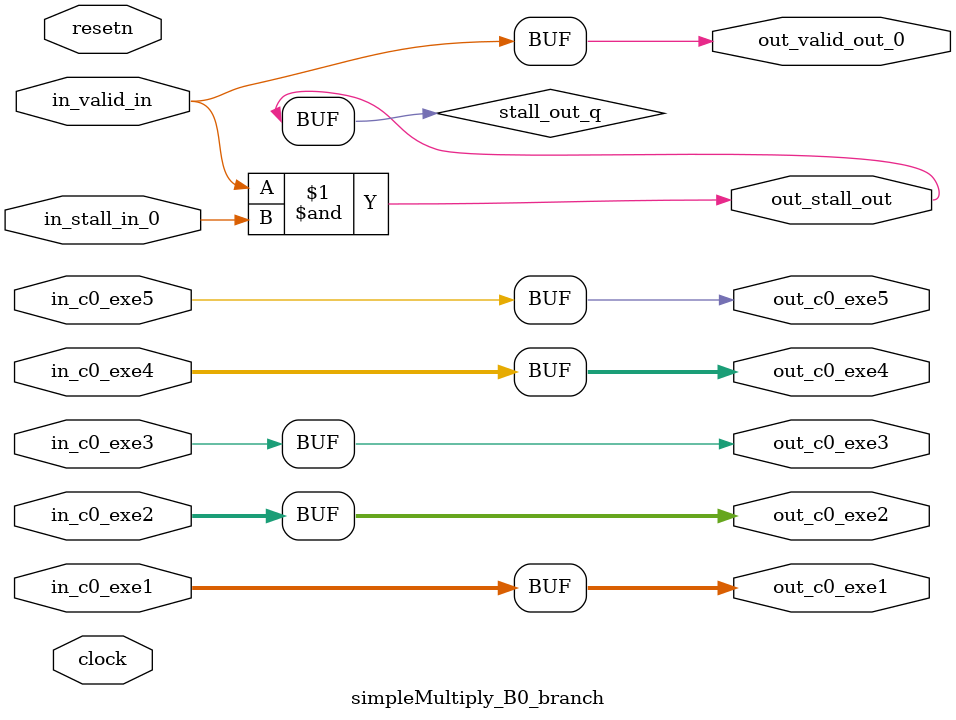
<source format=sv>



(* altera_attribute = "-name AUTO_SHIFT_REGISTER_RECOGNITION OFF; -name MESSAGE_DISABLE 10036; -name MESSAGE_DISABLE 10037; -name MESSAGE_DISABLE 14130; -name MESSAGE_DISABLE 14320; -name MESSAGE_DISABLE 15400; -name MESSAGE_DISABLE 14130; -name MESSAGE_DISABLE 10036; -name MESSAGE_DISABLE 12020; -name MESSAGE_DISABLE 12030; -name MESSAGE_DISABLE 12010; -name MESSAGE_DISABLE 12110; -name MESSAGE_DISABLE 14320; -name MESSAGE_DISABLE 13410; -name MESSAGE_DISABLE 113007; -name MESSAGE_DISABLE 10958" *)
module simpleMultiply_B0_branch (
    input wire [31:0] in_c0_exe1,
    input wire [31:0] in_c0_exe2,
    input wire [0:0] in_c0_exe3,
    input wire [31:0] in_c0_exe4,
    input wire [0:0] in_c0_exe5,
    input wire [0:0] in_stall_in_0,
    input wire [0:0] in_valid_in,
    output wire [31:0] out_c0_exe1,
    output wire [31:0] out_c0_exe2,
    output wire [0:0] out_c0_exe3,
    output wire [31:0] out_c0_exe4,
    output wire [0:0] out_c0_exe5,
    output wire [0:0] out_stall_out,
    output wire [0:0] out_valid_out_0,
    input wire clock,
    input wire resetn
    );

    wire [0:0] stall_out_q;


    // out_c0_exe1(GPOUT,9)
    assign out_c0_exe1 = in_c0_exe1;

    // out_c0_exe2(GPOUT,10)
    assign out_c0_exe2 = in_c0_exe2;

    // out_c0_exe3(GPOUT,11)
    assign out_c0_exe3 = in_c0_exe3;

    // out_c0_exe4(GPOUT,12)
    assign out_c0_exe4 = in_c0_exe4;

    // out_c0_exe5(GPOUT,13)
    assign out_c0_exe5 = in_c0_exe5;

    // stall_out(LOGICAL,16)
    assign stall_out_q = in_valid_in & in_stall_in_0;

    // out_stall_out(GPOUT,14)
    assign out_stall_out = stall_out_q;

    // out_valid_out_0(GPOUT,15)
    assign out_valid_out_0 = in_valid_in;

endmodule

</source>
